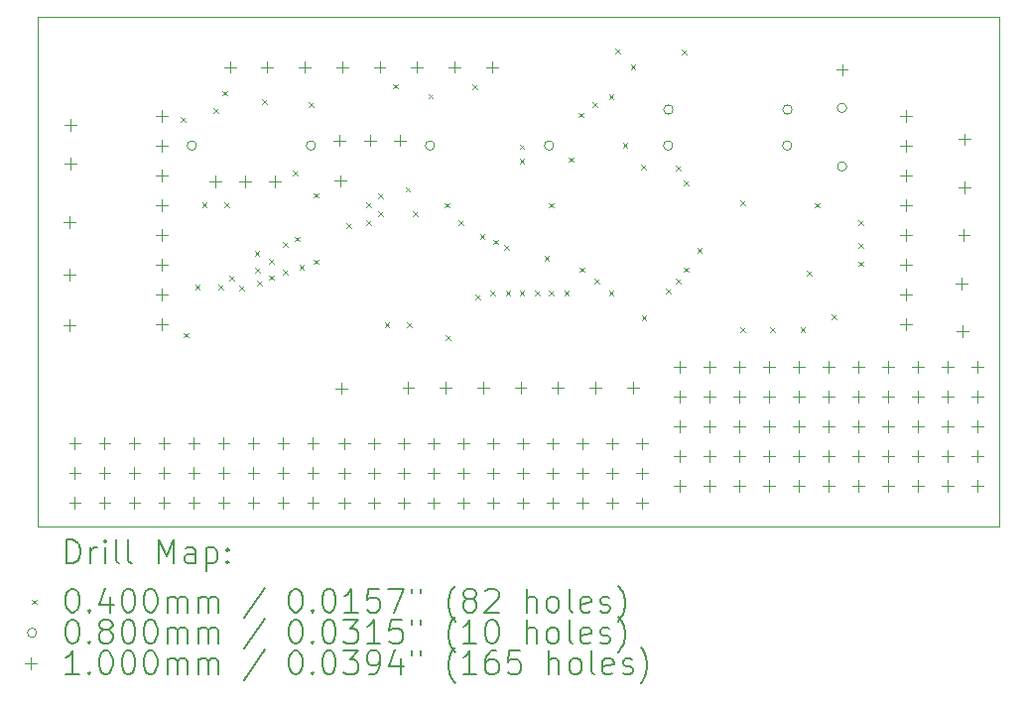
<source format=gbr>
%TF.GenerationSoftware,KiCad,Pcbnew,6.0.9-8da3e8f707~116~ubuntu20.04.1*%
%TF.CreationDate,2022-11-05T19:21:02+00:00*%
%TF.ProjectId,slrm,736c726d-2e6b-4696-9361-645f70636258,rev?*%
%TF.SameCoordinates,Original*%
%TF.FileFunction,Drillmap*%
%TF.FilePolarity,Positive*%
%FSLAX45Y45*%
G04 Gerber Fmt 4.5, Leading zero omitted, Abs format (unit mm)*
G04 Created by KiCad (PCBNEW 6.0.9-8da3e8f707~116~ubuntu20.04.1) date 2022-11-05 19:21:02*
%MOMM*%
%LPD*%
G01*
G04 APERTURE LIST*
%ADD10C,0.100000*%
%ADD11C,0.200000*%
%ADD12C,0.040000*%
%ADD13C,0.080000*%
G04 APERTURE END LIST*
D10*
X10873569Y-7792145D02*
X19078802Y-7792145D01*
X19078802Y-7792145D02*
X19078802Y-12140810D01*
X19078802Y-12140810D02*
X10873569Y-12140810D01*
X10873569Y-12140810D02*
X10873569Y-7792145D01*
D11*
D12*
X12099550Y-8650000D02*
X12139550Y-8690000D01*
X12139550Y-8650000D02*
X12099550Y-8690000D01*
X12120000Y-10490000D02*
X12160000Y-10530000D01*
X12160000Y-10490000D02*
X12120000Y-10530000D01*
X12220260Y-10077350D02*
X12260260Y-10117350D01*
X12260260Y-10077350D02*
X12220260Y-10117350D01*
X12280000Y-9378000D02*
X12320000Y-9418000D01*
X12320000Y-9378000D02*
X12280000Y-9418000D01*
X12380000Y-8570000D02*
X12420000Y-8610000D01*
X12420000Y-8570000D02*
X12380000Y-8610000D01*
X12418380Y-10077350D02*
X12458380Y-10117350D01*
X12458380Y-10077350D02*
X12418380Y-10117350D01*
X12455000Y-8422000D02*
X12495000Y-8462000D01*
X12495000Y-8422000D02*
X12455000Y-8462000D01*
X12470000Y-9378000D02*
X12510000Y-9418000D01*
X12510000Y-9378000D02*
X12470000Y-9418000D01*
X12514506Y-10004900D02*
X12554506Y-10044900D01*
X12554506Y-10004900D02*
X12514506Y-10044900D01*
X12600000Y-10087550D02*
X12640000Y-10127550D01*
X12640000Y-10087550D02*
X12600000Y-10127550D01*
X12728260Y-9787550D02*
X12768260Y-9827550D01*
X12768260Y-9787550D02*
X12728260Y-9827550D01*
X12730000Y-9932450D02*
X12770000Y-9972450D01*
X12770000Y-9932450D02*
X12730000Y-9972450D01*
X12750000Y-10042550D02*
X12790000Y-10082550D01*
X12790000Y-10042550D02*
X12750000Y-10082550D01*
X12792000Y-8495000D02*
X12832000Y-8535000D01*
X12832000Y-8495000D02*
X12792000Y-8535000D01*
X12850000Y-9860000D02*
X12890000Y-9900000D01*
X12890000Y-9860000D02*
X12850000Y-9900000D01*
X12850000Y-9997550D02*
X12890000Y-10037550D01*
X12890000Y-9997550D02*
X12850000Y-10037550D01*
X12970000Y-9952550D02*
X13010000Y-9992550D01*
X13010000Y-9952550D02*
X12970000Y-9992550D01*
X12972100Y-9712550D02*
X13012100Y-9752550D01*
X13012100Y-9712550D02*
X12972100Y-9752550D01*
X13055000Y-9104950D02*
X13095000Y-9144950D01*
X13095000Y-9104950D02*
X13055000Y-9144950D01*
X13068540Y-9667550D02*
X13108540Y-9707550D01*
X13108540Y-9667550D02*
X13068540Y-9707550D01*
X13110000Y-9907550D02*
X13150000Y-9947550D01*
X13150000Y-9907550D02*
X13110000Y-9947550D01*
X13190000Y-8517550D02*
X13230000Y-8557550D01*
X13230000Y-8517550D02*
X13190000Y-8557550D01*
X13230000Y-9862550D02*
X13270000Y-9902550D01*
X13270000Y-9862550D02*
X13230000Y-9902550D01*
X13233720Y-9294180D02*
X13273720Y-9334180D01*
X13273720Y-9294180D02*
X13233720Y-9334180D01*
X13512000Y-9555000D02*
X13552000Y-9595000D01*
X13552000Y-9555000D02*
X13512000Y-9595000D01*
X13680000Y-9378000D02*
X13720000Y-9418000D01*
X13720000Y-9378000D02*
X13680000Y-9418000D01*
X13680000Y-9525100D02*
X13720000Y-9565100D01*
X13720000Y-9525100D02*
X13680000Y-9565100D01*
X13780000Y-9299260D02*
X13820000Y-9339260D01*
X13820000Y-9299260D02*
X13780000Y-9339260D01*
X13780000Y-9452650D02*
X13820000Y-9492650D01*
X13820000Y-9452650D02*
X13780000Y-9492650D01*
X13838568Y-10400595D02*
X13878568Y-10440595D01*
X13878568Y-10400595D02*
X13838568Y-10440595D01*
X13907000Y-8364000D02*
X13947000Y-8404000D01*
X13947000Y-8364000D02*
X13907000Y-8404000D01*
X14015000Y-9245000D02*
X14055000Y-9285000D01*
X14055000Y-9245000D02*
X14015000Y-9285000D01*
X14030000Y-10400000D02*
X14070000Y-10440000D01*
X14070000Y-10400000D02*
X14030000Y-10440000D01*
X14080000Y-9452650D02*
X14120000Y-9492650D01*
X14120000Y-9452650D02*
X14080000Y-9492650D01*
X14210000Y-8447550D02*
X14250000Y-8487550D01*
X14250000Y-8447550D02*
X14210000Y-8487550D01*
X14350000Y-9380000D02*
X14390000Y-9420000D01*
X14390000Y-9380000D02*
X14350000Y-9420000D01*
X14360000Y-10510000D02*
X14400000Y-10550000D01*
X14400000Y-10510000D02*
X14360000Y-10550000D01*
X14470000Y-9525100D02*
X14510000Y-9565100D01*
X14510000Y-9525100D02*
X14470000Y-9565100D01*
X14586000Y-8370000D02*
X14626000Y-8410000D01*
X14626000Y-8370000D02*
X14586000Y-8410000D01*
X14610000Y-10160000D02*
X14650000Y-10200000D01*
X14650000Y-10160000D02*
X14610000Y-10200000D01*
X14651040Y-9647550D02*
X14691040Y-9687550D01*
X14691040Y-9647550D02*
X14651040Y-9687550D01*
X14740000Y-10130000D02*
X14780000Y-10170000D01*
X14780000Y-10130000D02*
X14740000Y-10170000D01*
X14761815Y-9692550D02*
X14801815Y-9732550D01*
X14801815Y-9692550D02*
X14761815Y-9732550D01*
X14860000Y-9737550D02*
X14900000Y-9777550D01*
X14900000Y-9737550D02*
X14860000Y-9777550D01*
X14870000Y-10130000D02*
X14910000Y-10170000D01*
X14910000Y-10130000D02*
X14870000Y-10170000D01*
X14989000Y-8881000D02*
X15029000Y-8921000D01*
X15029000Y-8881000D02*
X14989000Y-8921000D01*
X14990000Y-9000000D02*
X15030000Y-9040000D01*
X15030000Y-9000000D02*
X14990000Y-9040000D01*
X14990000Y-10130000D02*
X15030000Y-10170000D01*
X15030000Y-10130000D02*
X14990000Y-10170000D01*
X15120000Y-10130000D02*
X15160000Y-10170000D01*
X15160000Y-10130000D02*
X15120000Y-10170000D01*
X15200000Y-9830000D02*
X15240000Y-9870000D01*
X15240000Y-9830000D02*
X15200000Y-9870000D01*
X15236000Y-9380150D02*
X15276000Y-9420150D01*
X15276000Y-9380150D02*
X15236000Y-9420150D01*
X15240000Y-10130000D02*
X15280000Y-10170000D01*
X15280000Y-10130000D02*
X15240000Y-10170000D01*
X15370000Y-10130000D02*
X15410000Y-10170000D01*
X15410000Y-10130000D02*
X15370000Y-10170000D01*
X15410000Y-8990000D02*
X15450000Y-9030000D01*
X15450000Y-8990000D02*
X15410000Y-9030000D01*
X15490000Y-8610000D02*
X15530000Y-8650000D01*
X15530000Y-8610000D02*
X15490000Y-8650000D01*
X15500000Y-9930000D02*
X15540000Y-9970000D01*
X15540000Y-9930000D02*
X15500000Y-9970000D01*
X15610000Y-8520000D02*
X15650000Y-8560000D01*
X15650000Y-8520000D02*
X15610000Y-8560000D01*
X15630000Y-10030000D02*
X15670000Y-10070000D01*
X15670000Y-10030000D02*
X15630000Y-10070000D01*
X15750000Y-8450000D02*
X15790000Y-8490000D01*
X15790000Y-8450000D02*
X15750000Y-8490000D01*
X15750000Y-10130000D02*
X15790000Y-10170000D01*
X15790000Y-10130000D02*
X15750000Y-10170000D01*
X15807000Y-8062000D02*
X15847000Y-8102000D01*
X15847000Y-8062000D02*
X15807000Y-8102000D01*
X15870000Y-8870000D02*
X15910000Y-8910000D01*
X15910000Y-8870000D02*
X15870000Y-8910000D01*
X15937000Y-8201000D02*
X15977000Y-8241000D01*
X15977000Y-8201000D02*
X15937000Y-8241000D01*
X16027000Y-9051000D02*
X16067000Y-9091000D01*
X16067000Y-9051000D02*
X16027000Y-9091000D01*
X16030000Y-10340000D02*
X16070000Y-10380000D01*
X16070000Y-10340000D02*
X16030000Y-10380000D01*
X16240000Y-10110000D02*
X16280000Y-10150000D01*
X16280000Y-10110000D02*
X16240000Y-10150000D01*
X16320000Y-9060000D02*
X16360000Y-9100000D01*
X16360000Y-9060000D02*
X16320000Y-9100000D01*
X16320000Y-10030000D02*
X16360000Y-10070000D01*
X16360000Y-10030000D02*
X16320000Y-10070000D01*
X16371000Y-8071000D02*
X16411000Y-8111000D01*
X16411000Y-8071000D02*
X16371000Y-8111000D01*
X16392450Y-9190000D02*
X16432450Y-9230000D01*
X16432450Y-9190000D02*
X16392450Y-9230000D01*
X16392450Y-9930000D02*
X16432450Y-9970000D01*
X16432450Y-9930000D02*
X16392450Y-9970000D01*
X16504000Y-9762000D02*
X16544000Y-9802000D01*
X16544000Y-9762000D02*
X16504000Y-9802000D01*
X16873000Y-10440000D02*
X16913000Y-10480000D01*
X16913000Y-10440000D02*
X16873000Y-10480000D01*
X16874000Y-9358000D02*
X16914000Y-9398000D01*
X16914000Y-9358000D02*
X16874000Y-9398000D01*
X17128000Y-10443000D02*
X17168000Y-10483000D01*
X17168000Y-10443000D02*
X17128000Y-10483000D01*
X17384000Y-10443000D02*
X17424000Y-10483000D01*
X17424000Y-10443000D02*
X17384000Y-10483000D01*
X17440000Y-9960000D02*
X17480000Y-10000000D01*
X17480000Y-9960000D02*
X17440000Y-10000000D01*
X17510000Y-9380000D02*
X17550000Y-9420000D01*
X17550000Y-9380000D02*
X17510000Y-9420000D01*
X17650000Y-10330000D02*
X17690000Y-10370000D01*
X17690000Y-10330000D02*
X17650000Y-10370000D01*
X17880000Y-9525050D02*
X17920000Y-9565050D01*
X17920000Y-9525050D02*
X17880000Y-9565050D01*
X17880000Y-9720000D02*
X17920000Y-9760000D01*
X17920000Y-9720000D02*
X17880000Y-9760000D01*
X17880000Y-9880000D02*
X17920000Y-9920000D01*
X17920000Y-9880000D02*
X17880000Y-9920000D01*
D13*
X12232000Y-8890000D02*
G75*
G03*
X12232000Y-8890000I-40000J0D01*
G01*
X13248000Y-8890000D02*
G75*
G03*
X13248000Y-8890000I-40000J0D01*
G01*
X14264000Y-8890000D02*
G75*
G03*
X14264000Y-8890000I-40000J0D01*
G01*
X15280000Y-8890000D02*
G75*
G03*
X15280000Y-8890000I-40000J0D01*
G01*
X16296000Y-8890000D02*
G75*
G03*
X16296000Y-8890000I-40000J0D01*
G01*
X16298540Y-8582660D02*
G75*
G03*
X16298540Y-8582660I-40000J0D01*
G01*
X17312000Y-8890000D02*
G75*
G03*
X17312000Y-8890000I-40000J0D01*
G01*
X17314540Y-8582660D02*
G75*
G03*
X17314540Y-8582660I-40000J0D01*
G01*
X17780000Y-8569000D02*
G75*
G03*
X17780000Y-8569000I-40000J0D01*
G01*
X17780000Y-9069000D02*
G75*
G03*
X17780000Y-9069000I-40000J0D01*
G01*
D10*
X11148060Y-9492780D02*
X11148060Y-9592780D01*
X11098060Y-9542780D02*
X11198060Y-9542780D01*
X11148060Y-9939820D02*
X11148060Y-10039820D01*
X11098060Y-9989820D02*
X11198060Y-9989820D01*
X11148060Y-10374160D02*
X11148060Y-10474160D01*
X11098060Y-10424160D02*
X11198060Y-10424160D01*
X11158220Y-8667280D02*
X11158220Y-8767280D01*
X11108220Y-8717280D02*
X11208220Y-8717280D01*
X11160000Y-8991000D02*
X11160000Y-9091000D01*
X11110000Y-9041000D02*
X11210000Y-9041000D01*
X11194000Y-11379000D02*
X11194000Y-11479000D01*
X11144000Y-11429000D02*
X11244000Y-11429000D01*
X11194000Y-11633000D02*
X11194000Y-11733000D01*
X11144000Y-11683000D02*
X11244000Y-11683000D01*
X11194000Y-11887000D02*
X11194000Y-11987000D01*
X11144000Y-11937000D02*
X11244000Y-11937000D01*
X11448000Y-11379000D02*
X11448000Y-11479000D01*
X11398000Y-11429000D02*
X11498000Y-11429000D01*
X11448000Y-11633000D02*
X11448000Y-11733000D01*
X11398000Y-11683000D02*
X11498000Y-11683000D01*
X11448000Y-11887000D02*
X11448000Y-11987000D01*
X11398000Y-11937000D02*
X11498000Y-11937000D01*
X11702000Y-11379000D02*
X11702000Y-11479000D01*
X11652000Y-11429000D02*
X11752000Y-11429000D01*
X11702000Y-11633000D02*
X11702000Y-11733000D01*
X11652000Y-11683000D02*
X11752000Y-11683000D01*
X11702000Y-11887000D02*
X11702000Y-11987000D01*
X11652000Y-11937000D02*
X11752000Y-11937000D01*
X11938000Y-8586000D02*
X11938000Y-8686000D01*
X11888000Y-8636000D02*
X11988000Y-8636000D01*
X11938000Y-8840000D02*
X11938000Y-8940000D01*
X11888000Y-8890000D02*
X11988000Y-8890000D01*
X11938000Y-9094000D02*
X11938000Y-9194000D01*
X11888000Y-9144000D02*
X11988000Y-9144000D01*
X11938000Y-9348000D02*
X11938000Y-9448000D01*
X11888000Y-9398000D02*
X11988000Y-9398000D01*
X11938000Y-9602000D02*
X11938000Y-9702000D01*
X11888000Y-9652000D02*
X11988000Y-9652000D01*
X11938000Y-9856000D02*
X11938000Y-9956000D01*
X11888000Y-9906000D02*
X11988000Y-9906000D01*
X11938000Y-10110000D02*
X11938000Y-10210000D01*
X11888000Y-10160000D02*
X11988000Y-10160000D01*
X11938000Y-10364000D02*
X11938000Y-10464000D01*
X11888000Y-10414000D02*
X11988000Y-10414000D01*
X11956000Y-11379000D02*
X11956000Y-11479000D01*
X11906000Y-11429000D02*
X12006000Y-11429000D01*
X11956000Y-11633000D02*
X11956000Y-11733000D01*
X11906000Y-11683000D02*
X12006000Y-11683000D01*
X11956000Y-11887000D02*
X11956000Y-11987000D01*
X11906000Y-11937000D02*
X12006000Y-11937000D01*
X12210000Y-11379000D02*
X12210000Y-11479000D01*
X12160000Y-11429000D02*
X12260000Y-11429000D01*
X12210000Y-11633000D02*
X12210000Y-11733000D01*
X12160000Y-11683000D02*
X12260000Y-11683000D01*
X12210000Y-11887000D02*
X12210000Y-11987000D01*
X12160000Y-11937000D02*
X12260000Y-11937000D01*
X12393000Y-9149000D02*
X12393000Y-9249000D01*
X12343000Y-9199000D02*
X12443000Y-9199000D01*
X12464000Y-11379000D02*
X12464000Y-11479000D01*
X12414000Y-11429000D02*
X12514000Y-11429000D01*
X12464000Y-11633000D02*
X12464000Y-11733000D01*
X12414000Y-11683000D02*
X12514000Y-11683000D01*
X12464000Y-11887000D02*
X12464000Y-11987000D01*
X12414000Y-11937000D02*
X12514000Y-11937000D01*
X12517000Y-8169000D02*
X12517000Y-8269000D01*
X12467000Y-8219000D02*
X12567000Y-8219000D01*
X12644000Y-9149000D02*
X12644000Y-9249000D01*
X12594000Y-9199000D02*
X12694000Y-9199000D01*
X12718000Y-11379000D02*
X12718000Y-11479000D01*
X12668000Y-11429000D02*
X12768000Y-11429000D01*
X12718000Y-11633000D02*
X12718000Y-11733000D01*
X12668000Y-11683000D02*
X12768000Y-11683000D01*
X12718000Y-11887000D02*
X12718000Y-11987000D01*
X12668000Y-11937000D02*
X12768000Y-11937000D01*
X12836286Y-8169000D02*
X12836286Y-8269000D01*
X12786286Y-8219000D02*
X12886286Y-8219000D01*
X12898000Y-9149000D02*
X12898000Y-9249000D01*
X12848000Y-9199000D02*
X12948000Y-9199000D01*
X12972000Y-11379000D02*
X12972000Y-11479000D01*
X12922000Y-11429000D02*
X13022000Y-11429000D01*
X12972000Y-11633000D02*
X12972000Y-11733000D01*
X12922000Y-11683000D02*
X13022000Y-11683000D01*
X12972000Y-11887000D02*
X12972000Y-11987000D01*
X12922000Y-11937000D02*
X13022000Y-11937000D01*
X13155571Y-8169000D02*
X13155571Y-8269000D01*
X13105571Y-8219000D02*
X13205571Y-8219000D01*
X13226000Y-11379000D02*
X13226000Y-11479000D01*
X13176000Y-11429000D02*
X13276000Y-11429000D01*
X13226000Y-11633000D02*
X13226000Y-11733000D01*
X13176000Y-11683000D02*
X13276000Y-11683000D01*
X13226000Y-11887000D02*
X13226000Y-11987000D01*
X13176000Y-11937000D02*
X13276000Y-11937000D01*
X13452000Y-8796000D02*
X13452000Y-8896000D01*
X13402000Y-8846000D02*
X13502000Y-8846000D01*
X13460000Y-9142000D02*
X13460000Y-9242000D01*
X13410000Y-9192000D02*
X13510000Y-9192000D01*
X13470000Y-10912000D02*
X13470000Y-11012000D01*
X13420000Y-10962000D02*
X13520000Y-10962000D01*
X13474857Y-8169000D02*
X13474857Y-8269000D01*
X13424857Y-8219000D02*
X13524857Y-8219000D01*
X13494000Y-11386000D02*
X13494000Y-11486000D01*
X13444000Y-11436000D02*
X13544000Y-11436000D01*
X13494000Y-11640000D02*
X13494000Y-11740000D01*
X13444000Y-11690000D02*
X13544000Y-11690000D01*
X13494000Y-11894000D02*
X13494000Y-11994000D01*
X13444000Y-11944000D02*
X13544000Y-11944000D01*
X13712000Y-8796000D02*
X13712000Y-8896000D01*
X13662000Y-8846000D02*
X13762000Y-8846000D01*
X13748000Y-11386000D02*
X13748000Y-11486000D01*
X13698000Y-11436000D02*
X13798000Y-11436000D01*
X13748000Y-11640000D02*
X13748000Y-11740000D01*
X13698000Y-11690000D02*
X13798000Y-11690000D01*
X13748000Y-11894000D02*
X13748000Y-11994000D01*
X13698000Y-11944000D02*
X13798000Y-11944000D01*
X13794143Y-8169000D02*
X13794143Y-8269000D01*
X13744143Y-8219000D02*
X13844143Y-8219000D01*
X13966000Y-8796000D02*
X13966000Y-8896000D01*
X13916000Y-8846000D02*
X14016000Y-8846000D01*
X14002000Y-11386000D02*
X14002000Y-11486000D01*
X13952000Y-11436000D02*
X14052000Y-11436000D01*
X14002000Y-11640000D02*
X14002000Y-11740000D01*
X13952000Y-11690000D02*
X14052000Y-11690000D01*
X14002000Y-11894000D02*
X14002000Y-11994000D01*
X13952000Y-11944000D02*
X14052000Y-11944000D01*
X14039000Y-10909000D02*
X14039000Y-11009000D01*
X13989000Y-10959000D02*
X14089000Y-10959000D01*
X14113428Y-8169000D02*
X14113428Y-8269000D01*
X14063428Y-8219000D02*
X14163428Y-8219000D01*
X14256000Y-11386000D02*
X14256000Y-11486000D01*
X14206000Y-11436000D02*
X14306000Y-11436000D01*
X14256000Y-11640000D02*
X14256000Y-11740000D01*
X14206000Y-11690000D02*
X14306000Y-11690000D01*
X14256000Y-11894000D02*
X14256000Y-11994000D01*
X14206000Y-11944000D02*
X14306000Y-11944000D01*
X14358167Y-10909000D02*
X14358167Y-11009000D01*
X14308167Y-10959000D02*
X14408167Y-10959000D01*
X14432714Y-8169000D02*
X14432714Y-8269000D01*
X14382714Y-8219000D02*
X14482714Y-8219000D01*
X14510000Y-11386000D02*
X14510000Y-11486000D01*
X14460000Y-11436000D02*
X14560000Y-11436000D01*
X14510000Y-11640000D02*
X14510000Y-11740000D01*
X14460000Y-11690000D02*
X14560000Y-11690000D01*
X14510000Y-11894000D02*
X14510000Y-11994000D01*
X14460000Y-11944000D02*
X14560000Y-11944000D01*
X14677333Y-10909000D02*
X14677333Y-11009000D01*
X14627333Y-10959000D02*
X14727333Y-10959000D01*
X14752000Y-8169000D02*
X14752000Y-8269000D01*
X14702000Y-8219000D02*
X14802000Y-8219000D01*
X14764000Y-11386000D02*
X14764000Y-11486000D01*
X14714000Y-11436000D02*
X14814000Y-11436000D01*
X14764000Y-11640000D02*
X14764000Y-11740000D01*
X14714000Y-11690000D02*
X14814000Y-11690000D01*
X14764000Y-11894000D02*
X14764000Y-11994000D01*
X14714000Y-11944000D02*
X14814000Y-11944000D01*
X14996500Y-10909000D02*
X14996500Y-11009000D01*
X14946500Y-10959000D02*
X15046500Y-10959000D01*
X15018000Y-11386000D02*
X15018000Y-11486000D01*
X14968000Y-11436000D02*
X15068000Y-11436000D01*
X15018000Y-11640000D02*
X15018000Y-11740000D01*
X14968000Y-11690000D02*
X15068000Y-11690000D01*
X15018000Y-11894000D02*
X15018000Y-11994000D01*
X14968000Y-11944000D02*
X15068000Y-11944000D01*
X15272000Y-11386000D02*
X15272000Y-11486000D01*
X15222000Y-11436000D02*
X15322000Y-11436000D01*
X15272000Y-11640000D02*
X15272000Y-11740000D01*
X15222000Y-11690000D02*
X15322000Y-11690000D01*
X15272000Y-11894000D02*
X15272000Y-11994000D01*
X15222000Y-11944000D02*
X15322000Y-11944000D01*
X15315666Y-10909000D02*
X15315666Y-11009000D01*
X15265666Y-10959000D02*
X15365666Y-10959000D01*
X15526000Y-11386000D02*
X15526000Y-11486000D01*
X15476000Y-11436000D02*
X15576000Y-11436000D01*
X15526000Y-11640000D02*
X15526000Y-11740000D01*
X15476000Y-11690000D02*
X15576000Y-11690000D01*
X15526000Y-11894000D02*
X15526000Y-11994000D01*
X15476000Y-11944000D02*
X15576000Y-11944000D01*
X15634833Y-10909000D02*
X15634833Y-11009000D01*
X15584833Y-10959000D02*
X15684833Y-10959000D01*
X15780000Y-11386000D02*
X15780000Y-11486000D01*
X15730000Y-11436000D02*
X15830000Y-11436000D01*
X15780000Y-11640000D02*
X15780000Y-11740000D01*
X15730000Y-11690000D02*
X15830000Y-11690000D01*
X15780000Y-11894000D02*
X15780000Y-11994000D01*
X15730000Y-11944000D02*
X15830000Y-11944000D01*
X15954000Y-10909000D02*
X15954000Y-11009000D01*
X15904000Y-10959000D02*
X16004000Y-10959000D01*
X16034000Y-11386000D02*
X16034000Y-11486000D01*
X15984000Y-11436000D02*
X16084000Y-11436000D01*
X16034000Y-11640000D02*
X16034000Y-11740000D01*
X15984000Y-11690000D02*
X16084000Y-11690000D01*
X16034000Y-11894000D02*
X16034000Y-11994000D01*
X15984000Y-11944000D02*
X16084000Y-11944000D01*
X16353000Y-10728000D02*
X16353000Y-10828000D01*
X16303000Y-10778000D02*
X16403000Y-10778000D01*
X16353000Y-10982000D02*
X16353000Y-11082000D01*
X16303000Y-11032000D02*
X16403000Y-11032000D01*
X16353000Y-11236000D02*
X16353000Y-11336000D01*
X16303000Y-11286000D02*
X16403000Y-11286000D01*
X16353000Y-11490000D02*
X16353000Y-11590000D01*
X16303000Y-11540000D02*
X16403000Y-11540000D01*
X16353000Y-11744000D02*
X16353000Y-11844000D01*
X16303000Y-11794000D02*
X16403000Y-11794000D01*
X16607000Y-10728000D02*
X16607000Y-10828000D01*
X16557000Y-10778000D02*
X16657000Y-10778000D01*
X16607000Y-10982000D02*
X16607000Y-11082000D01*
X16557000Y-11032000D02*
X16657000Y-11032000D01*
X16607000Y-11236000D02*
X16607000Y-11336000D01*
X16557000Y-11286000D02*
X16657000Y-11286000D01*
X16607000Y-11490000D02*
X16607000Y-11590000D01*
X16557000Y-11540000D02*
X16657000Y-11540000D01*
X16607000Y-11744000D02*
X16607000Y-11844000D01*
X16557000Y-11794000D02*
X16657000Y-11794000D01*
X16861000Y-10728000D02*
X16861000Y-10828000D01*
X16811000Y-10778000D02*
X16911000Y-10778000D01*
X16861000Y-10982000D02*
X16861000Y-11082000D01*
X16811000Y-11032000D02*
X16911000Y-11032000D01*
X16861000Y-11236000D02*
X16861000Y-11336000D01*
X16811000Y-11286000D02*
X16911000Y-11286000D01*
X16861000Y-11490000D02*
X16861000Y-11590000D01*
X16811000Y-11540000D02*
X16911000Y-11540000D01*
X16861000Y-11744000D02*
X16861000Y-11844000D01*
X16811000Y-11794000D02*
X16911000Y-11794000D01*
X17115000Y-10728000D02*
X17115000Y-10828000D01*
X17065000Y-10778000D02*
X17165000Y-10778000D01*
X17115000Y-10982000D02*
X17115000Y-11082000D01*
X17065000Y-11032000D02*
X17165000Y-11032000D01*
X17115000Y-11236000D02*
X17115000Y-11336000D01*
X17065000Y-11286000D02*
X17165000Y-11286000D01*
X17115000Y-11490000D02*
X17115000Y-11590000D01*
X17065000Y-11540000D02*
X17165000Y-11540000D01*
X17115000Y-11744000D02*
X17115000Y-11844000D01*
X17065000Y-11794000D02*
X17165000Y-11794000D01*
X17369000Y-10728000D02*
X17369000Y-10828000D01*
X17319000Y-10778000D02*
X17419000Y-10778000D01*
X17369000Y-10982000D02*
X17369000Y-11082000D01*
X17319000Y-11032000D02*
X17419000Y-11032000D01*
X17369000Y-11236000D02*
X17369000Y-11336000D01*
X17319000Y-11286000D02*
X17419000Y-11286000D01*
X17369000Y-11490000D02*
X17369000Y-11590000D01*
X17319000Y-11540000D02*
X17419000Y-11540000D01*
X17369000Y-11744000D02*
X17369000Y-11844000D01*
X17319000Y-11794000D02*
X17419000Y-11794000D01*
X17623000Y-10728000D02*
X17623000Y-10828000D01*
X17573000Y-10778000D02*
X17673000Y-10778000D01*
X17623000Y-10982000D02*
X17623000Y-11082000D01*
X17573000Y-11032000D02*
X17673000Y-11032000D01*
X17623000Y-11236000D02*
X17623000Y-11336000D01*
X17573000Y-11286000D02*
X17673000Y-11286000D01*
X17623000Y-11490000D02*
X17623000Y-11590000D01*
X17573000Y-11540000D02*
X17673000Y-11540000D01*
X17623000Y-11744000D02*
X17623000Y-11844000D01*
X17573000Y-11794000D02*
X17673000Y-11794000D01*
X17740000Y-8194000D02*
X17740000Y-8294000D01*
X17690000Y-8244000D02*
X17790000Y-8244000D01*
X17877000Y-10728000D02*
X17877000Y-10828000D01*
X17827000Y-10778000D02*
X17927000Y-10778000D01*
X17877000Y-10982000D02*
X17877000Y-11082000D01*
X17827000Y-11032000D02*
X17927000Y-11032000D01*
X17877000Y-11236000D02*
X17877000Y-11336000D01*
X17827000Y-11286000D02*
X17927000Y-11286000D01*
X17877000Y-11490000D02*
X17877000Y-11590000D01*
X17827000Y-11540000D02*
X17927000Y-11540000D01*
X17877000Y-11744000D02*
X17877000Y-11844000D01*
X17827000Y-11794000D02*
X17927000Y-11794000D01*
X18131000Y-10728000D02*
X18131000Y-10828000D01*
X18081000Y-10778000D02*
X18181000Y-10778000D01*
X18131000Y-10982000D02*
X18131000Y-11082000D01*
X18081000Y-11032000D02*
X18181000Y-11032000D01*
X18131000Y-11236000D02*
X18131000Y-11336000D01*
X18081000Y-11286000D02*
X18181000Y-11286000D01*
X18131000Y-11490000D02*
X18131000Y-11590000D01*
X18081000Y-11540000D02*
X18181000Y-11540000D01*
X18131000Y-11744000D02*
X18131000Y-11844000D01*
X18081000Y-11794000D02*
X18181000Y-11794000D01*
X18288000Y-8586000D02*
X18288000Y-8686000D01*
X18238000Y-8636000D02*
X18338000Y-8636000D01*
X18288000Y-8840000D02*
X18288000Y-8940000D01*
X18238000Y-8890000D02*
X18338000Y-8890000D01*
X18288000Y-9094000D02*
X18288000Y-9194000D01*
X18238000Y-9144000D02*
X18338000Y-9144000D01*
X18288000Y-9348000D02*
X18288000Y-9448000D01*
X18238000Y-9398000D02*
X18338000Y-9398000D01*
X18288000Y-9602000D02*
X18288000Y-9702000D01*
X18238000Y-9652000D02*
X18338000Y-9652000D01*
X18288000Y-9856000D02*
X18288000Y-9956000D01*
X18238000Y-9906000D02*
X18338000Y-9906000D01*
X18288000Y-10110000D02*
X18288000Y-10210000D01*
X18238000Y-10160000D02*
X18338000Y-10160000D01*
X18288000Y-10364000D02*
X18288000Y-10464000D01*
X18238000Y-10414000D02*
X18338000Y-10414000D01*
X18385000Y-10728000D02*
X18385000Y-10828000D01*
X18335000Y-10778000D02*
X18435000Y-10778000D01*
X18385000Y-10982000D02*
X18385000Y-11082000D01*
X18335000Y-11032000D02*
X18435000Y-11032000D01*
X18385000Y-11236000D02*
X18385000Y-11336000D01*
X18335000Y-11286000D02*
X18435000Y-11286000D01*
X18385000Y-11490000D02*
X18385000Y-11590000D01*
X18335000Y-11540000D02*
X18435000Y-11540000D01*
X18385000Y-11744000D02*
X18385000Y-11844000D01*
X18335000Y-11794000D02*
X18435000Y-11794000D01*
X18639000Y-10728000D02*
X18639000Y-10828000D01*
X18589000Y-10778000D02*
X18689000Y-10778000D01*
X18639000Y-10982000D02*
X18639000Y-11082000D01*
X18589000Y-11032000D02*
X18689000Y-11032000D01*
X18639000Y-11236000D02*
X18639000Y-11336000D01*
X18589000Y-11286000D02*
X18689000Y-11286000D01*
X18639000Y-11490000D02*
X18639000Y-11590000D01*
X18589000Y-11540000D02*
X18689000Y-11540000D01*
X18639000Y-11744000D02*
X18639000Y-11844000D01*
X18589000Y-11794000D02*
X18689000Y-11794000D01*
X18762980Y-10016020D02*
X18762980Y-10116020D01*
X18712980Y-10066020D02*
X18812980Y-10066020D01*
X18768060Y-10424960D02*
X18768060Y-10524960D01*
X18718060Y-10474960D02*
X18818060Y-10474960D01*
X18780760Y-9604540D02*
X18780760Y-9704540D01*
X18730760Y-9654540D02*
X18830760Y-9654540D01*
X18783300Y-8786660D02*
X18783300Y-8886660D01*
X18733300Y-8836660D02*
X18833300Y-8836660D01*
X18785840Y-9198140D02*
X18785840Y-9298140D01*
X18735840Y-9248140D02*
X18835840Y-9248140D01*
X18893000Y-10728000D02*
X18893000Y-10828000D01*
X18843000Y-10778000D02*
X18943000Y-10778000D01*
X18893000Y-10982000D02*
X18893000Y-11082000D01*
X18843000Y-11032000D02*
X18943000Y-11032000D01*
X18893000Y-11236000D02*
X18893000Y-11336000D01*
X18843000Y-11286000D02*
X18943000Y-11286000D01*
X18893000Y-11490000D02*
X18893000Y-11590000D01*
X18843000Y-11540000D02*
X18943000Y-11540000D01*
X18893000Y-11744000D02*
X18893000Y-11844000D01*
X18843000Y-11794000D02*
X18943000Y-11794000D01*
D11*
X11126188Y-12456286D02*
X11126188Y-12256286D01*
X11173807Y-12256286D01*
X11202379Y-12265810D01*
X11221426Y-12284857D01*
X11230950Y-12303905D01*
X11240474Y-12342000D01*
X11240474Y-12370571D01*
X11230950Y-12408667D01*
X11221426Y-12427714D01*
X11202379Y-12446762D01*
X11173807Y-12456286D01*
X11126188Y-12456286D01*
X11326188Y-12456286D02*
X11326188Y-12322952D01*
X11326188Y-12361048D02*
X11335712Y-12342000D01*
X11345236Y-12332476D01*
X11364284Y-12322952D01*
X11383331Y-12322952D01*
X11449998Y-12456286D02*
X11449998Y-12322952D01*
X11449998Y-12256286D02*
X11440474Y-12265810D01*
X11449998Y-12275333D01*
X11459522Y-12265810D01*
X11449998Y-12256286D01*
X11449998Y-12275333D01*
X11573807Y-12456286D02*
X11554760Y-12446762D01*
X11545236Y-12427714D01*
X11545236Y-12256286D01*
X11678569Y-12456286D02*
X11659522Y-12446762D01*
X11649998Y-12427714D01*
X11649998Y-12256286D01*
X11907141Y-12456286D02*
X11907141Y-12256286D01*
X11973807Y-12399143D01*
X12040474Y-12256286D01*
X12040474Y-12456286D01*
X12221426Y-12456286D02*
X12221426Y-12351524D01*
X12211903Y-12332476D01*
X12192855Y-12322952D01*
X12154760Y-12322952D01*
X12135712Y-12332476D01*
X12221426Y-12446762D02*
X12202379Y-12456286D01*
X12154760Y-12456286D01*
X12135712Y-12446762D01*
X12126188Y-12427714D01*
X12126188Y-12408667D01*
X12135712Y-12389619D01*
X12154760Y-12380095D01*
X12202379Y-12380095D01*
X12221426Y-12370571D01*
X12316665Y-12322952D02*
X12316665Y-12522952D01*
X12316665Y-12332476D02*
X12335712Y-12322952D01*
X12373807Y-12322952D01*
X12392855Y-12332476D01*
X12402379Y-12342000D01*
X12411903Y-12361048D01*
X12411903Y-12418190D01*
X12402379Y-12437238D01*
X12392855Y-12446762D01*
X12373807Y-12456286D01*
X12335712Y-12456286D01*
X12316665Y-12446762D01*
X12497617Y-12437238D02*
X12507141Y-12446762D01*
X12497617Y-12456286D01*
X12488093Y-12446762D01*
X12497617Y-12437238D01*
X12497617Y-12456286D01*
X12497617Y-12332476D02*
X12507141Y-12342000D01*
X12497617Y-12351524D01*
X12488093Y-12342000D01*
X12497617Y-12332476D01*
X12497617Y-12351524D01*
D12*
X10828569Y-12765810D02*
X10868569Y-12805810D01*
X10868569Y-12765810D02*
X10828569Y-12805810D01*
D11*
X11164284Y-12676286D02*
X11183331Y-12676286D01*
X11202379Y-12685810D01*
X11211903Y-12695333D01*
X11221426Y-12714381D01*
X11230950Y-12752476D01*
X11230950Y-12800095D01*
X11221426Y-12838190D01*
X11211903Y-12857238D01*
X11202379Y-12866762D01*
X11183331Y-12876286D01*
X11164284Y-12876286D01*
X11145236Y-12866762D01*
X11135712Y-12857238D01*
X11126188Y-12838190D01*
X11116665Y-12800095D01*
X11116665Y-12752476D01*
X11126188Y-12714381D01*
X11135712Y-12695333D01*
X11145236Y-12685810D01*
X11164284Y-12676286D01*
X11316665Y-12857238D02*
X11326188Y-12866762D01*
X11316665Y-12876286D01*
X11307141Y-12866762D01*
X11316665Y-12857238D01*
X11316665Y-12876286D01*
X11497617Y-12742952D02*
X11497617Y-12876286D01*
X11449998Y-12666762D02*
X11402379Y-12809619D01*
X11526188Y-12809619D01*
X11640474Y-12676286D02*
X11659522Y-12676286D01*
X11678569Y-12685810D01*
X11688093Y-12695333D01*
X11697617Y-12714381D01*
X11707141Y-12752476D01*
X11707141Y-12800095D01*
X11697617Y-12838190D01*
X11688093Y-12857238D01*
X11678569Y-12866762D01*
X11659522Y-12876286D01*
X11640474Y-12876286D01*
X11621426Y-12866762D01*
X11611903Y-12857238D01*
X11602379Y-12838190D01*
X11592855Y-12800095D01*
X11592855Y-12752476D01*
X11602379Y-12714381D01*
X11611903Y-12695333D01*
X11621426Y-12685810D01*
X11640474Y-12676286D01*
X11830950Y-12676286D02*
X11849998Y-12676286D01*
X11869045Y-12685810D01*
X11878569Y-12695333D01*
X11888093Y-12714381D01*
X11897617Y-12752476D01*
X11897617Y-12800095D01*
X11888093Y-12838190D01*
X11878569Y-12857238D01*
X11869045Y-12866762D01*
X11849998Y-12876286D01*
X11830950Y-12876286D01*
X11811903Y-12866762D01*
X11802379Y-12857238D01*
X11792855Y-12838190D01*
X11783331Y-12800095D01*
X11783331Y-12752476D01*
X11792855Y-12714381D01*
X11802379Y-12695333D01*
X11811903Y-12685810D01*
X11830950Y-12676286D01*
X11983331Y-12876286D02*
X11983331Y-12742952D01*
X11983331Y-12762000D02*
X11992855Y-12752476D01*
X12011903Y-12742952D01*
X12040474Y-12742952D01*
X12059522Y-12752476D01*
X12069045Y-12771524D01*
X12069045Y-12876286D01*
X12069045Y-12771524D02*
X12078569Y-12752476D01*
X12097617Y-12742952D01*
X12126188Y-12742952D01*
X12145236Y-12752476D01*
X12154760Y-12771524D01*
X12154760Y-12876286D01*
X12249998Y-12876286D02*
X12249998Y-12742952D01*
X12249998Y-12762000D02*
X12259522Y-12752476D01*
X12278569Y-12742952D01*
X12307141Y-12742952D01*
X12326188Y-12752476D01*
X12335712Y-12771524D01*
X12335712Y-12876286D01*
X12335712Y-12771524D02*
X12345236Y-12752476D01*
X12364284Y-12742952D01*
X12392855Y-12742952D01*
X12411903Y-12752476D01*
X12421426Y-12771524D01*
X12421426Y-12876286D01*
X12811903Y-12666762D02*
X12640474Y-12923905D01*
X13069045Y-12676286D02*
X13088093Y-12676286D01*
X13107141Y-12685810D01*
X13116665Y-12695333D01*
X13126188Y-12714381D01*
X13135712Y-12752476D01*
X13135712Y-12800095D01*
X13126188Y-12838190D01*
X13116665Y-12857238D01*
X13107141Y-12866762D01*
X13088093Y-12876286D01*
X13069045Y-12876286D01*
X13049998Y-12866762D01*
X13040474Y-12857238D01*
X13030950Y-12838190D01*
X13021426Y-12800095D01*
X13021426Y-12752476D01*
X13030950Y-12714381D01*
X13040474Y-12695333D01*
X13049998Y-12685810D01*
X13069045Y-12676286D01*
X13221426Y-12857238D02*
X13230950Y-12866762D01*
X13221426Y-12876286D01*
X13211903Y-12866762D01*
X13221426Y-12857238D01*
X13221426Y-12876286D01*
X13354760Y-12676286D02*
X13373807Y-12676286D01*
X13392855Y-12685810D01*
X13402379Y-12695333D01*
X13411903Y-12714381D01*
X13421426Y-12752476D01*
X13421426Y-12800095D01*
X13411903Y-12838190D01*
X13402379Y-12857238D01*
X13392855Y-12866762D01*
X13373807Y-12876286D01*
X13354760Y-12876286D01*
X13335712Y-12866762D01*
X13326188Y-12857238D01*
X13316665Y-12838190D01*
X13307141Y-12800095D01*
X13307141Y-12752476D01*
X13316665Y-12714381D01*
X13326188Y-12695333D01*
X13335712Y-12685810D01*
X13354760Y-12676286D01*
X13611903Y-12876286D02*
X13497617Y-12876286D01*
X13554760Y-12876286D02*
X13554760Y-12676286D01*
X13535712Y-12704857D01*
X13516665Y-12723905D01*
X13497617Y-12733429D01*
X13792855Y-12676286D02*
X13697617Y-12676286D01*
X13688093Y-12771524D01*
X13697617Y-12762000D01*
X13716665Y-12752476D01*
X13764284Y-12752476D01*
X13783331Y-12762000D01*
X13792855Y-12771524D01*
X13802379Y-12790571D01*
X13802379Y-12838190D01*
X13792855Y-12857238D01*
X13783331Y-12866762D01*
X13764284Y-12876286D01*
X13716665Y-12876286D01*
X13697617Y-12866762D01*
X13688093Y-12857238D01*
X13869045Y-12676286D02*
X14002379Y-12676286D01*
X13916665Y-12876286D01*
X14069045Y-12676286D02*
X14069045Y-12714381D01*
X14145236Y-12676286D02*
X14145236Y-12714381D01*
X14440474Y-12952476D02*
X14430950Y-12942952D01*
X14411903Y-12914381D01*
X14402379Y-12895333D01*
X14392855Y-12866762D01*
X14383331Y-12819143D01*
X14383331Y-12781048D01*
X14392855Y-12733429D01*
X14402379Y-12704857D01*
X14411903Y-12685810D01*
X14430950Y-12657238D01*
X14440474Y-12647714D01*
X14545236Y-12762000D02*
X14526188Y-12752476D01*
X14516665Y-12742952D01*
X14507141Y-12723905D01*
X14507141Y-12714381D01*
X14516665Y-12695333D01*
X14526188Y-12685810D01*
X14545236Y-12676286D01*
X14583331Y-12676286D01*
X14602379Y-12685810D01*
X14611903Y-12695333D01*
X14621426Y-12714381D01*
X14621426Y-12723905D01*
X14611903Y-12742952D01*
X14602379Y-12752476D01*
X14583331Y-12762000D01*
X14545236Y-12762000D01*
X14526188Y-12771524D01*
X14516665Y-12781048D01*
X14507141Y-12800095D01*
X14507141Y-12838190D01*
X14516665Y-12857238D01*
X14526188Y-12866762D01*
X14545236Y-12876286D01*
X14583331Y-12876286D01*
X14602379Y-12866762D01*
X14611903Y-12857238D01*
X14621426Y-12838190D01*
X14621426Y-12800095D01*
X14611903Y-12781048D01*
X14602379Y-12771524D01*
X14583331Y-12762000D01*
X14697617Y-12695333D02*
X14707141Y-12685810D01*
X14726188Y-12676286D01*
X14773807Y-12676286D01*
X14792855Y-12685810D01*
X14802379Y-12695333D01*
X14811903Y-12714381D01*
X14811903Y-12733429D01*
X14802379Y-12762000D01*
X14688093Y-12876286D01*
X14811903Y-12876286D01*
X15049998Y-12876286D02*
X15049998Y-12676286D01*
X15135712Y-12876286D02*
X15135712Y-12771524D01*
X15126188Y-12752476D01*
X15107141Y-12742952D01*
X15078569Y-12742952D01*
X15059522Y-12752476D01*
X15049998Y-12762000D01*
X15259522Y-12876286D02*
X15240474Y-12866762D01*
X15230950Y-12857238D01*
X15221426Y-12838190D01*
X15221426Y-12781048D01*
X15230950Y-12762000D01*
X15240474Y-12752476D01*
X15259522Y-12742952D01*
X15288093Y-12742952D01*
X15307141Y-12752476D01*
X15316665Y-12762000D01*
X15326188Y-12781048D01*
X15326188Y-12838190D01*
X15316665Y-12857238D01*
X15307141Y-12866762D01*
X15288093Y-12876286D01*
X15259522Y-12876286D01*
X15440474Y-12876286D02*
X15421426Y-12866762D01*
X15411903Y-12847714D01*
X15411903Y-12676286D01*
X15592855Y-12866762D02*
X15573807Y-12876286D01*
X15535712Y-12876286D01*
X15516665Y-12866762D01*
X15507141Y-12847714D01*
X15507141Y-12771524D01*
X15516665Y-12752476D01*
X15535712Y-12742952D01*
X15573807Y-12742952D01*
X15592855Y-12752476D01*
X15602379Y-12771524D01*
X15602379Y-12790571D01*
X15507141Y-12809619D01*
X15678569Y-12866762D02*
X15697617Y-12876286D01*
X15735712Y-12876286D01*
X15754760Y-12866762D01*
X15764284Y-12847714D01*
X15764284Y-12838190D01*
X15754760Y-12819143D01*
X15735712Y-12809619D01*
X15707141Y-12809619D01*
X15688093Y-12800095D01*
X15678569Y-12781048D01*
X15678569Y-12771524D01*
X15688093Y-12752476D01*
X15707141Y-12742952D01*
X15735712Y-12742952D01*
X15754760Y-12752476D01*
X15830950Y-12952476D02*
X15840474Y-12942952D01*
X15859522Y-12914381D01*
X15869045Y-12895333D01*
X15878569Y-12866762D01*
X15888093Y-12819143D01*
X15888093Y-12781048D01*
X15878569Y-12733429D01*
X15869045Y-12704857D01*
X15859522Y-12685810D01*
X15840474Y-12657238D01*
X15830950Y-12647714D01*
D13*
X10868569Y-13049810D02*
G75*
G03*
X10868569Y-13049810I-40000J0D01*
G01*
D11*
X11164284Y-12940286D02*
X11183331Y-12940286D01*
X11202379Y-12949810D01*
X11211903Y-12959333D01*
X11221426Y-12978381D01*
X11230950Y-13016476D01*
X11230950Y-13064095D01*
X11221426Y-13102190D01*
X11211903Y-13121238D01*
X11202379Y-13130762D01*
X11183331Y-13140286D01*
X11164284Y-13140286D01*
X11145236Y-13130762D01*
X11135712Y-13121238D01*
X11126188Y-13102190D01*
X11116665Y-13064095D01*
X11116665Y-13016476D01*
X11126188Y-12978381D01*
X11135712Y-12959333D01*
X11145236Y-12949810D01*
X11164284Y-12940286D01*
X11316665Y-13121238D02*
X11326188Y-13130762D01*
X11316665Y-13140286D01*
X11307141Y-13130762D01*
X11316665Y-13121238D01*
X11316665Y-13140286D01*
X11440474Y-13026000D02*
X11421426Y-13016476D01*
X11411903Y-13006952D01*
X11402379Y-12987905D01*
X11402379Y-12978381D01*
X11411903Y-12959333D01*
X11421426Y-12949810D01*
X11440474Y-12940286D01*
X11478569Y-12940286D01*
X11497617Y-12949810D01*
X11507141Y-12959333D01*
X11516665Y-12978381D01*
X11516665Y-12987905D01*
X11507141Y-13006952D01*
X11497617Y-13016476D01*
X11478569Y-13026000D01*
X11440474Y-13026000D01*
X11421426Y-13035524D01*
X11411903Y-13045048D01*
X11402379Y-13064095D01*
X11402379Y-13102190D01*
X11411903Y-13121238D01*
X11421426Y-13130762D01*
X11440474Y-13140286D01*
X11478569Y-13140286D01*
X11497617Y-13130762D01*
X11507141Y-13121238D01*
X11516665Y-13102190D01*
X11516665Y-13064095D01*
X11507141Y-13045048D01*
X11497617Y-13035524D01*
X11478569Y-13026000D01*
X11640474Y-12940286D02*
X11659522Y-12940286D01*
X11678569Y-12949810D01*
X11688093Y-12959333D01*
X11697617Y-12978381D01*
X11707141Y-13016476D01*
X11707141Y-13064095D01*
X11697617Y-13102190D01*
X11688093Y-13121238D01*
X11678569Y-13130762D01*
X11659522Y-13140286D01*
X11640474Y-13140286D01*
X11621426Y-13130762D01*
X11611903Y-13121238D01*
X11602379Y-13102190D01*
X11592855Y-13064095D01*
X11592855Y-13016476D01*
X11602379Y-12978381D01*
X11611903Y-12959333D01*
X11621426Y-12949810D01*
X11640474Y-12940286D01*
X11830950Y-12940286D02*
X11849998Y-12940286D01*
X11869045Y-12949810D01*
X11878569Y-12959333D01*
X11888093Y-12978381D01*
X11897617Y-13016476D01*
X11897617Y-13064095D01*
X11888093Y-13102190D01*
X11878569Y-13121238D01*
X11869045Y-13130762D01*
X11849998Y-13140286D01*
X11830950Y-13140286D01*
X11811903Y-13130762D01*
X11802379Y-13121238D01*
X11792855Y-13102190D01*
X11783331Y-13064095D01*
X11783331Y-13016476D01*
X11792855Y-12978381D01*
X11802379Y-12959333D01*
X11811903Y-12949810D01*
X11830950Y-12940286D01*
X11983331Y-13140286D02*
X11983331Y-13006952D01*
X11983331Y-13026000D02*
X11992855Y-13016476D01*
X12011903Y-13006952D01*
X12040474Y-13006952D01*
X12059522Y-13016476D01*
X12069045Y-13035524D01*
X12069045Y-13140286D01*
X12069045Y-13035524D02*
X12078569Y-13016476D01*
X12097617Y-13006952D01*
X12126188Y-13006952D01*
X12145236Y-13016476D01*
X12154760Y-13035524D01*
X12154760Y-13140286D01*
X12249998Y-13140286D02*
X12249998Y-13006952D01*
X12249998Y-13026000D02*
X12259522Y-13016476D01*
X12278569Y-13006952D01*
X12307141Y-13006952D01*
X12326188Y-13016476D01*
X12335712Y-13035524D01*
X12335712Y-13140286D01*
X12335712Y-13035524D02*
X12345236Y-13016476D01*
X12364284Y-13006952D01*
X12392855Y-13006952D01*
X12411903Y-13016476D01*
X12421426Y-13035524D01*
X12421426Y-13140286D01*
X12811903Y-12930762D02*
X12640474Y-13187905D01*
X13069045Y-12940286D02*
X13088093Y-12940286D01*
X13107141Y-12949810D01*
X13116665Y-12959333D01*
X13126188Y-12978381D01*
X13135712Y-13016476D01*
X13135712Y-13064095D01*
X13126188Y-13102190D01*
X13116665Y-13121238D01*
X13107141Y-13130762D01*
X13088093Y-13140286D01*
X13069045Y-13140286D01*
X13049998Y-13130762D01*
X13040474Y-13121238D01*
X13030950Y-13102190D01*
X13021426Y-13064095D01*
X13021426Y-13016476D01*
X13030950Y-12978381D01*
X13040474Y-12959333D01*
X13049998Y-12949810D01*
X13069045Y-12940286D01*
X13221426Y-13121238D02*
X13230950Y-13130762D01*
X13221426Y-13140286D01*
X13211903Y-13130762D01*
X13221426Y-13121238D01*
X13221426Y-13140286D01*
X13354760Y-12940286D02*
X13373807Y-12940286D01*
X13392855Y-12949810D01*
X13402379Y-12959333D01*
X13411903Y-12978381D01*
X13421426Y-13016476D01*
X13421426Y-13064095D01*
X13411903Y-13102190D01*
X13402379Y-13121238D01*
X13392855Y-13130762D01*
X13373807Y-13140286D01*
X13354760Y-13140286D01*
X13335712Y-13130762D01*
X13326188Y-13121238D01*
X13316665Y-13102190D01*
X13307141Y-13064095D01*
X13307141Y-13016476D01*
X13316665Y-12978381D01*
X13326188Y-12959333D01*
X13335712Y-12949810D01*
X13354760Y-12940286D01*
X13488093Y-12940286D02*
X13611903Y-12940286D01*
X13545236Y-13016476D01*
X13573807Y-13016476D01*
X13592855Y-13026000D01*
X13602379Y-13035524D01*
X13611903Y-13054571D01*
X13611903Y-13102190D01*
X13602379Y-13121238D01*
X13592855Y-13130762D01*
X13573807Y-13140286D01*
X13516665Y-13140286D01*
X13497617Y-13130762D01*
X13488093Y-13121238D01*
X13802379Y-13140286D02*
X13688093Y-13140286D01*
X13745236Y-13140286D02*
X13745236Y-12940286D01*
X13726188Y-12968857D01*
X13707141Y-12987905D01*
X13688093Y-12997429D01*
X13983331Y-12940286D02*
X13888093Y-12940286D01*
X13878569Y-13035524D01*
X13888093Y-13026000D01*
X13907141Y-13016476D01*
X13954760Y-13016476D01*
X13973807Y-13026000D01*
X13983331Y-13035524D01*
X13992855Y-13054571D01*
X13992855Y-13102190D01*
X13983331Y-13121238D01*
X13973807Y-13130762D01*
X13954760Y-13140286D01*
X13907141Y-13140286D01*
X13888093Y-13130762D01*
X13878569Y-13121238D01*
X14069045Y-12940286D02*
X14069045Y-12978381D01*
X14145236Y-12940286D02*
X14145236Y-12978381D01*
X14440474Y-13216476D02*
X14430950Y-13206952D01*
X14411903Y-13178381D01*
X14402379Y-13159333D01*
X14392855Y-13130762D01*
X14383331Y-13083143D01*
X14383331Y-13045048D01*
X14392855Y-12997429D01*
X14402379Y-12968857D01*
X14411903Y-12949810D01*
X14430950Y-12921238D01*
X14440474Y-12911714D01*
X14621426Y-13140286D02*
X14507141Y-13140286D01*
X14564284Y-13140286D02*
X14564284Y-12940286D01*
X14545236Y-12968857D01*
X14526188Y-12987905D01*
X14507141Y-12997429D01*
X14745236Y-12940286D02*
X14764284Y-12940286D01*
X14783331Y-12949810D01*
X14792855Y-12959333D01*
X14802379Y-12978381D01*
X14811903Y-13016476D01*
X14811903Y-13064095D01*
X14802379Y-13102190D01*
X14792855Y-13121238D01*
X14783331Y-13130762D01*
X14764284Y-13140286D01*
X14745236Y-13140286D01*
X14726188Y-13130762D01*
X14716665Y-13121238D01*
X14707141Y-13102190D01*
X14697617Y-13064095D01*
X14697617Y-13016476D01*
X14707141Y-12978381D01*
X14716665Y-12959333D01*
X14726188Y-12949810D01*
X14745236Y-12940286D01*
X15049998Y-13140286D02*
X15049998Y-12940286D01*
X15135712Y-13140286D02*
X15135712Y-13035524D01*
X15126188Y-13016476D01*
X15107141Y-13006952D01*
X15078569Y-13006952D01*
X15059522Y-13016476D01*
X15049998Y-13026000D01*
X15259522Y-13140286D02*
X15240474Y-13130762D01*
X15230950Y-13121238D01*
X15221426Y-13102190D01*
X15221426Y-13045048D01*
X15230950Y-13026000D01*
X15240474Y-13016476D01*
X15259522Y-13006952D01*
X15288093Y-13006952D01*
X15307141Y-13016476D01*
X15316665Y-13026000D01*
X15326188Y-13045048D01*
X15326188Y-13102190D01*
X15316665Y-13121238D01*
X15307141Y-13130762D01*
X15288093Y-13140286D01*
X15259522Y-13140286D01*
X15440474Y-13140286D02*
X15421426Y-13130762D01*
X15411903Y-13111714D01*
X15411903Y-12940286D01*
X15592855Y-13130762D02*
X15573807Y-13140286D01*
X15535712Y-13140286D01*
X15516665Y-13130762D01*
X15507141Y-13111714D01*
X15507141Y-13035524D01*
X15516665Y-13016476D01*
X15535712Y-13006952D01*
X15573807Y-13006952D01*
X15592855Y-13016476D01*
X15602379Y-13035524D01*
X15602379Y-13054571D01*
X15507141Y-13073619D01*
X15678569Y-13130762D02*
X15697617Y-13140286D01*
X15735712Y-13140286D01*
X15754760Y-13130762D01*
X15764284Y-13111714D01*
X15764284Y-13102190D01*
X15754760Y-13083143D01*
X15735712Y-13073619D01*
X15707141Y-13073619D01*
X15688093Y-13064095D01*
X15678569Y-13045048D01*
X15678569Y-13035524D01*
X15688093Y-13016476D01*
X15707141Y-13006952D01*
X15735712Y-13006952D01*
X15754760Y-13016476D01*
X15830950Y-13216476D02*
X15840474Y-13206952D01*
X15859522Y-13178381D01*
X15869045Y-13159333D01*
X15878569Y-13130762D01*
X15888093Y-13083143D01*
X15888093Y-13045048D01*
X15878569Y-12997429D01*
X15869045Y-12968857D01*
X15859522Y-12949810D01*
X15840474Y-12921238D01*
X15830950Y-12911714D01*
D10*
X10818569Y-13263810D02*
X10818569Y-13363810D01*
X10768569Y-13313810D02*
X10868569Y-13313810D01*
D11*
X11230950Y-13404286D02*
X11116665Y-13404286D01*
X11173807Y-13404286D02*
X11173807Y-13204286D01*
X11154760Y-13232857D01*
X11135712Y-13251905D01*
X11116665Y-13261429D01*
X11316665Y-13385238D02*
X11326188Y-13394762D01*
X11316665Y-13404286D01*
X11307141Y-13394762D01*
X11316665Y-13385238D01*
X11316665Y-13404286D01*
X11449998Y-13204286D02*
X11469045Y-13204286D01*
X11488093Y-13213810D01*
X11497617Y-13223333D01*
X11507141Y-13242381D01*
X11516665Y-13280476D01*
X11516665Y-13328095D01*
X11507141Y-13366190D01*
X11497617Y-13385238D01*
X11488093Y-13394762D01*
X11469045Y-13404286D01*
X11449998Y-13404286D01*
X11430950Y-13394762D01*
X11421426Y-13385238D01*
X11411903Y-13366190D01*
X11402379Y-13328095D01*
X11402379Y-13280476D01*
X11411903Y-13242381D01*
X11421426Y-13223333D01*
X11430950Y-13213810D01*
X11449998Y-13204286D01*
X11640474Y-13204286D02*
X11659522Y-13204286D01*
X11678569Y-13213810D01*
X11688093Y-13223333D01*
X11697617Y-13242381D01*
X11707141Y-13280476D01*
X11707141Y-13328095D01*
X11697617Y-13366190D01*
X11688093Y-13385238D01*
X11678569Y-13394762D01*
X11659522Y-13404286D01*
X11640474Y-13404286D01*
X11621426Y-13394762D01*
X11611903Y-13385238D01*
X11602379Y-13366190D01*
X11592855Y-13328095D01*
X11592855Y-13280476D01*
X11602379Y-13242381D01*
X11611903Y-13223333D01*
X11621426Y-13213810D01*
X11640474Y-13204286D01*
X11830950Y-13204286D02*
X11849998Y-13204286D01*
X11869045Y-13213810D01*
X11878569Y-13223333D01*
X11888093Y-13242381D01*
X11897617Y-13280476D01*
X11897617Y-13328095D01*
X11888093Y-13366190D01*
X11878569Y-13385238D01*
X11869045Y-13394762D01*
X11849998Y-13404286D01*
X11830950Y-13404286D01*
X11811903Y-13394762D01*
X11802379Y-13385238D01*
X11792855Y-13366190D01*
X11783331Y-13328095D01*
X11783331Y-13280476D01*
X11792855Y-13242381D01*
X11802379Y-13223333D01*
X11811903Y-13213810D01*
X11830950Y-13204286D01*
X11983331Y-13404286D02*
X11983331Y-13270952D01*
X11983331Y-13290000D02*
X11992855Y-13280476D01*
X12011903Y-13270952D01*
X12040474Y-13270952D01*
X12059522Y-13280476D01*
X12069045Y-13299524D01*
X12069045Y-13404286D01*
X12069045Y-13299524D02*
X12078569Y-13280476D01*
X12097617Y-13270952D01*
X12126188Y-13270952D01*
X12145236Y-13280476D01*
X12154760Y-13299524D01*
X12154760Y-13404286D01*
X12249998Y-13404286D02*
X12249998Y-13270952D01*
X12249998Y-13290000D02*
X12259522Y-13280476D01*
X12278569Y-13270952D01*
X12307141Y-13270952D01*
X12326188Y-13280476D01*
X12335712Y-13299524D01*
X12335712Y-13404286D01*
X12335712Y-13299524D02*
X12345236Y-13280476D01*
X12364284Y-13270952D01*
X12392855Y-13270952D01*
X12411903Y-13280476D01*
X12421426Y-13299524D01*
X12421426Y-13404286D01*
X12811903Y-13194762D02*
X12640474Y-13451905D01*
X13069045Y-13204286D02*
X13088093Y-13204286D01*
X13107141Y-13213810D01*
X13116665Y-13223333D01*
X13126188Y-13242381D01*
X13135712Y-13280476D01*
X13135712Y-13328095D01*
X13126188Y-13366190D01*
X13116665Y-13385238D01*
X13107141Y-13394762D01*
X13088093Y-13404286D01*
X13069045Y-13404286D01*
X13049998Y-13394762D01*
X13040474Y-13385238D01*
X13030950Y-13366190D01*
X13021426Y-13328095D01*
X13021426Y-13280476D01*
X13030950Y-13242381D01*
X13040474Y-13223333D01*
X13049998Y-13213810D01*
X13069045Y-13204286D01*
X13221426Y-13385238D02*
X13230950Y-13394762D01*
X13221426Y-13404286D01*
X13211903Y-13394762D01*
X13221426Y-13385238D01*
X13221426Y-13404286D01*
X13354760Y-13204286D02*
X13373807Y-13204286D01*
X13392855Y-13213810D01*
X13402379Y-13223333D01*
X13411903Y-13242381D01*
X13421426Y-13280476D01*
X13421426Y-13328095D01*
X13411903Y-13366190D01*
X13402379Y-13385238D01*
X13392855Y-13394762D01*
X13373807Y-13404286D01*
X13354760Y-13404286D01*
X13335712Y-13394762D01*
X13326188Y-13385238D01*
X13316665Y-13366190D01*
X13307141Y-13328095D01*
X13307141Y-13280476D01*
X13316665Y-13242381D01*
X13326188Y-13223333D01*
X13335712Y-13213810D01*
X13354760Y-13204286D01*
X13488093Y-13204286D02*
X13611903Y-13204286D01*
X13545236Y-13280476D01*
X13573807Y-13280476D01*
X13592855Y-13290000D01*
X13602379Y-13299524D01*
X13611903Y-13318571D01*
X13611903Y-13366190D01*
X13602379Y-13385238D01*
X13592855Y-13394762D01*
X13573807Y-13404286D01*
X13516665Y-13404286D01*
X13497617Y-13394762D01*
X13488093Y-13385238D01*
X13707141Y-13404286D02*
X13745236Y-13404286D01*
X13764284Y-13394762D01*
X13773807Y-13385238D01*
X13792855Y-13356667D01*
X13802379Y-13318571D01*
X13802379Y-13242381D01*
X13792855Y-13223333D01*
X13783331Y-13213810D01*
X13764284Y-13204286D01*
X13726188Y-13204286D01*
X13707141Y-13213810D01*
X13697617Y-13223333D01*
X13688093Y-13242381D01*
X13688093Y-13290000D01*
X13697617Y-13309048D01*
X13707141Y-13318571D01*
X13726188Y-13328095D01*
X13764284Y-13328095D01*
X13783331Y-13318571D01*
X13792855Y-13309048D01*
X13802379Y-13290000D01*
X13973807Y-13270952D02*
X13973807Y-13404286D01*
X13926188Y-13194762D02*
X13878569Y-13337619D01*
X14002379Y-13337619D01*
X14069045Y-13204286D02*
X14069045Y-13242381D01*
X14145236Y-13204286D02*
X14145236Y-13242381D01*
X14440474Y-13480476D02*
X14430950Y-13470952D01*
X14411903Y-13442381D01*
X14402379Y-13423333D01*
X14392855Y-13394762D01*
X14383331Y-13347143D01*
X14383331Y-13309048D01*
X14392855Y-13261429D01*
X14402379Y-13232857D01*
X14411903Y-13213810D01*
X14430950Y-13185238D01*
X14440474Y-13175714D01*
X14621426Y-13404286D02*
X14507141Y-13404286D01*
X14564284Y-13404286D02*
X14564284Y-13204286D01*
X14545236Y-13232857D01*
X14526188Y-13251905D01*
X14507141Y-13261429D01*
X14792855Y-13204286D02*
X14754760Y-13204286D01*
X14735712Y-13213810D01*
X14726188Y-13223333D01*
X14707141Y-13251905D01*
X14697617Y-13290000D01*
X14697617Y-13366190D01*
X14707141Y-13385238D01*
X14716665Y-13394762D01*
X14735712Y-13404286D01*
X14773807Y-13404286D01*
X14792855Y-13394762D01*
X14802379Y-13385238D01*
X14811903Y-13366190D01*
X14811903Y-13318571D01*
X14802379Y-13299524D01*
X14792855Y-13290000D01*
X14773807Y-13280476D01*
X14735712Y-13280476D01*
X14716665Y-13290000D01*
X14707141Y-13299524D01*
X14697617Y-13318571D01*
X14992855Y-13204286D02*
X14897617Y-13204286D01*
X14888093Y-13299524D01*
X14897617Y-13290000D01*
X14916665Y-13280476D01*
X14964284Y-13280476D01*
X14983331Y-13290000D01*
X14992855Y-13299524D01*
X15002379Y-13318571D01*
X15002379Y-13366190D01*
X14992855Y-13385238D01*
X14983331Y-13394762D01*
X14964284Y-13404286D01*
X14916665Y-13404286D01*
X14897617Y-13394762D01*
X14888093Y-13385238D01*
X15240474Y-13404286D02*
X15240474Y-13204286D01*
X15326188Y-13404286D02*
X15326188Y-13299524D01*
X15316665Y-13280476D01*
X15297617Y-13270952D01*
X15269045Y-13270952D01*
X15249998Y-13280476D01*
X15240474Y-13290000D01*
X15449998Y-13404286D02*
X15430950Y-13394762D01*
X15421426Y-13385238D01*
X15411903Y-13366190D01*
X15411903Y-13309048D01*
X15421426Y-13290000D01*
X15430950Y-13280476D01*
X15449998Y-13270952D01*
X15478569Y-13270952D01*
X15497617Y-13280476D01*
X15507141Y-13290000D01*
X15516665Y-13309048D01*
X15516665Y-13366190D01*
X15507141Y-13385238D01*
X15497617Y-13394762D01*
X15478569Y-13404286D01*
X15449998Y-13404286D01*
X15630950Y-13404286D02*
X15611903Y-13394762D01*
X15602379Y-13375714D01*
X15602379Y-13204286D01*
X15783331Y-13394762D02*
X15764284Y-13404286D01*
X15726188Y-13404286D01*
X15707141Y-13394762D01*
X15697617Y-13375714D01*
X15697617Y-13299524D01*
X15707141Y-13280476D01*
X15726188Y-13270952D01*
X15764284Y-13270952D01*
X15783331Y-13280476D01*
X15792855Y-13299524D01*
X15792855Y-13318571D01*
X15697617Y-13337619D01*
X15869045Y-13394762D02*
X15888093Y-13404286D01*
X15926188Y-13404286D01*
X15945236Y-13394762D01*
X15954760Y-13375714D01*
X15954760Y-13366190D01*
X15945236Y-13347143D01*
X15926188Y-13337619D01*
X15897617Y-13337619D01*
X15878569Y-13328095D01*
X15869045Y-13309048D01*
X15869045Y-13299524D01*
X15878569Y-13280476D01*
X15897617Y-13270952D01*
X15926188Y-13270952D01*
X15945236Y-13280476D01*
X16021426Y-13480476D02*
X16030950Y-13470952D01*
X16049998Y-13442381D01*
X16059522Y-13423333D01*
X16069045Y-13394762D01*
X16078569Y-13347143D01*
X16078569Y-13309048D01*
X16069045Y-13261429D01*
X16059522Y-13232857D01*
X16049998Y-13213810D01*
X16030950Y-13185238D01*
X16021426Y-13175714D01*
M02*

</source>
